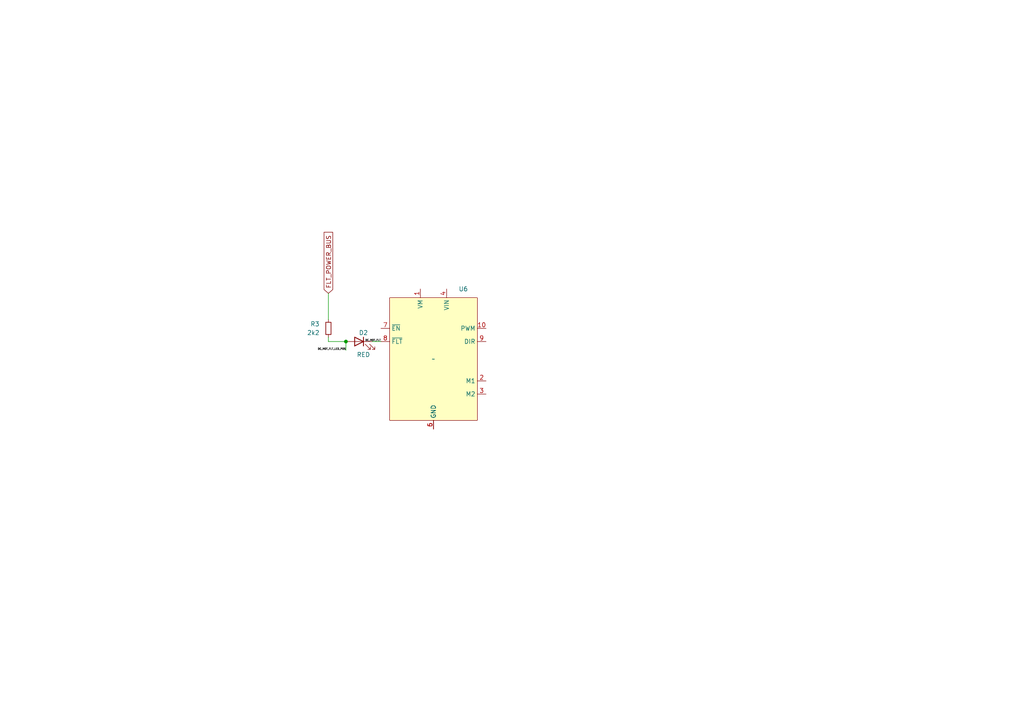
<source format=kicad_sch>
(kicad_sch (version 20230121) (generator eeschema)
  (paper "A4")
  (lib_symbols
    (symbol "Device:LED" (pin_numbers hide) (pin_names (offset 1.016) hide)
      (property "Reference" "D" (at 0 2.54 0))
      (property "Value" "LED" (at 0 -2.54 0))
      (symbol "LED_0_1"
        (polyline (pts (xy -1.27 -1.27) (xy -1.27 1.27)) (stroke (width 0.254)))
        (polyline (pts (xy -1.27 0) (xy 1.27 0)))
        (polyline (pts (xy 1.27 -1.27) (xy 1.27 1.27) (xy -1.27 0) (xy 1.27 -1.27)) (stroke (width 0.254)))
        (polyline (pts (xy -3.048 -0.762) (xy -4.572 -2.286) (xy -3.81 -2.286) (xy -4.572 -2.286) (xy -4.572 -1.524)))
        (polyline (pts (xy -1.778 -0.762) (xy -3.302 -2.286) (xy -2.54 -2.286) (xy -3.302 -2.286) (xy -3.302 -1.524)))
      )
      (symbol "LED_1_1"
        (pin passive line (at -3.81 0 0) (length 2.54) (name "K") (number "1"))
        (pin passive line (at 3.81 0 180) (length 2.54) (name "A") (number "2"))
      )
    )
    (symbol "Device:R_Small" (pin_numbers hide) (pin_names (offset 0.254) hide)
      (property "Reference" "R" (at 0.762 0.508 0))
      (property "Value" "R_Small" (at 0.762 -1.016 0))
      (symbol "R_Small_0_1"
        (rectangle (start -0.762 1.778) (end 0.762 -1.778) (stroke (width 0.2032)))
      )
      (symbol "R_Small_1_1"
        (pin passive line (at 0 2.54 270) (length 0.762) (name "~") (number "1"))
        (pin passive line (at 0 -2.54 90) (length 0.762) (name "~") (number "2"))
      )
    )
    (symbol "Pen_Plotter_Lib:MAX14870_DRIVER_CARRIER"
      (property "Reference" "U" (at 0 0 0))
      (symbol "MAX14870_DRIVER_CARRIER_0_0"
        (rectangle (start -12.7 17.78) (end 12.7 -17.78) (stroke (width 0.1524)) (fill (type background)))
      )
      (symbol "MAX14870_DRIVER_CARRIER_1_1"
        (pin power_in line (at -3.81 20.32 270) (length 2.54) (name "VM") (number "1"))
        (pin input line (at 15.24 8.89 180) (length 2.54) (name "PWM") (number "10"))
        (pin output line (at 15.24 -6.35 180) (length 2.54) (name "M1") (number "2"))
        (pin output line (at 15.24 -10.16 180) (length 2.54) (name "M2") (number "3"))
        (pin power_in line (at 3.81 20.32 270) (length 2.54) (name "VIN") (number "4"))
        (pin power_in line (at 0 -20.32 90) (length 2.54) (name "GND") (number "5"))
        (pin power_in line (at 0 -20.32 90) (length 2.54) (name "GND") (number "6"))
        (pin input line (at -15.24 8.89 0) (length 2.54) (name "~{EN}") (number "7"))
        (pin output line (at -15.24 5.08 0) (length 2.54) (name "~{FLT}") (number "8"))
        (pin input line (at 15.24 5.08 180) (length 2.54) (name "DIR") (number "9"))
      )
    )
  )
  (junction (at 100.33 99.06))
  (wire (pts (xy 100.33 101.6) (xy 100.33 99.06)))
  (wire (pts (xy 95.25 99.06) (xy 95.25 97.79)))
  (wire (pts (xy 110.49 99.06) (xy 107.95 99.06)))
  (wire (pts (xy 100.33 99.06) (xy 95.25 99.06)))
  (wire (pts (xy 95.25 85.09) (xy 95.25 92.71)))
  (label "DC_MOT_FLT_LED_POS" (at 100.33 101.6 180) (effects (font (size 0.5 0.5))))
  (label "DC_MOT_FLT" (at 110.49 99.06 180) (effects (font (size 0.5 0.5))))
  (global_label "FLT_POWER_BUS" (shape input) (at 95.25 85.09 90) (property "Intersheetrefs" "${INTERSHEET_REFS}" (effects hide)))
  (symbol (lib_id "Device:R_Small") (at 95.25 95.25 0) (mirror y) (unit 1)
    (property "Reference" "R3" (at 92.71 93.98 0) (effects (justify left)))
    (property "Value" "2k2" (at 92.71 96.52 0) (effects (justify left)))
    (instances (project "Pen_Plotter_RPI_Hat_V2" (path "" (reference "R3") (unit 1)) (path "" (reference "R3") (unit 1)) (path "" (reference "R4") (unit 1)) (path "" (reference "R4") (unit 1))))
  )
  (symbol (lib_id "Pen_Plotter_Lib:MAX14870_DRIVER_CARRIER") (at 125.73 104.14 0) (unit 1)
    (property "Reference" "U6" (at 133.0041 83.82 0) (effects (justify left)))
    (property "Value" "~" (at 125.73 104.14 0))
    (property "Footprint" "Pen_Plotter_Lib:IC_MAX14870_DRIVER_CARRIER" (effects hide))
  )
  (symbol (lib_id "Device:LED") (at 104.14 99.06 0) (mirror y) (unit 1)
    (property "Reference" "D2" (at 105.41 96.52 0))
    (property "Value" "RED" (at 105.41 102.87 0))
    (instances (project "Pen_Plotter_RPI_Hat_V2" (path "" (reference "D2") (unit 1)) (path "" (reference "D2") (unit 1)) (path "" (reference "D3") (unit 1)) (path "" (reference "D3") (unit 1))))
  )
)
</source>
